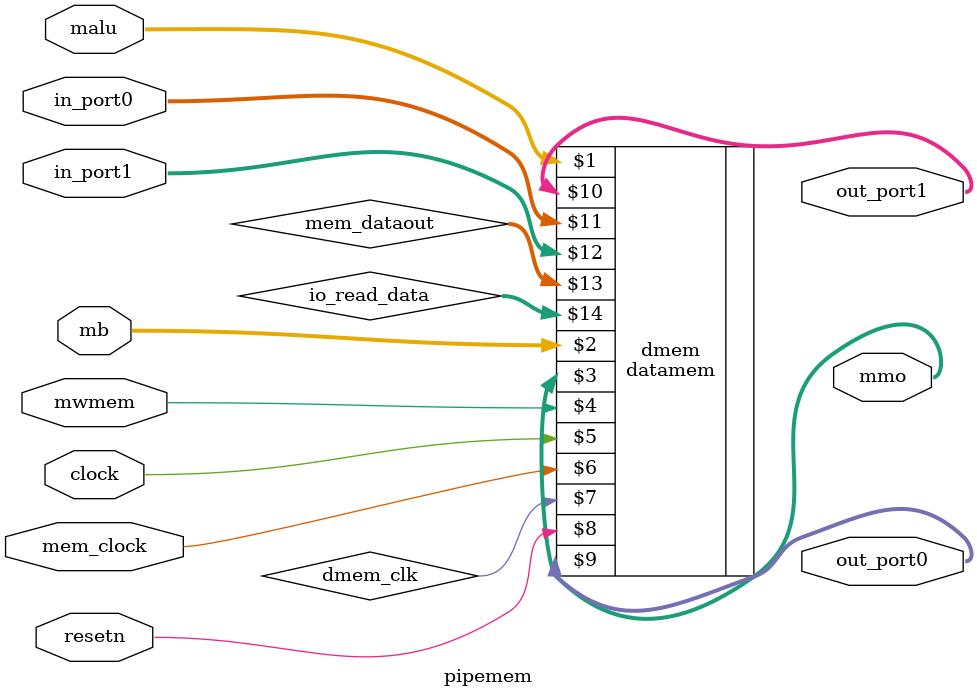
<source format=v>
module pipemem (mwmem, malu, mb, clock, mem_clock, mmo, in_port0, in_port1, out_port0, out_port1, resetn);

    input           mwmem, clock, mem_clock, resetn;
    input   [31:0]  malu, mb;
    input  	[31:0]  in_port0, in_port1;

    output  [31:0]  mmo;
    output 	[31:0]  out_port0, out_port1;

    // Unused
    wire            dmem_clk;
    wire    [31:0]  mem_dataout, io_read_data;


    datamem dmem (
    	malu, mb, mmo, mwmem, clock, mem_clock, dmem_clk,
    	resetn, out_port0, out_port1, in_port0, in_port1,
        mem_dataout, io_read_data
    );


endmodule

</source>
